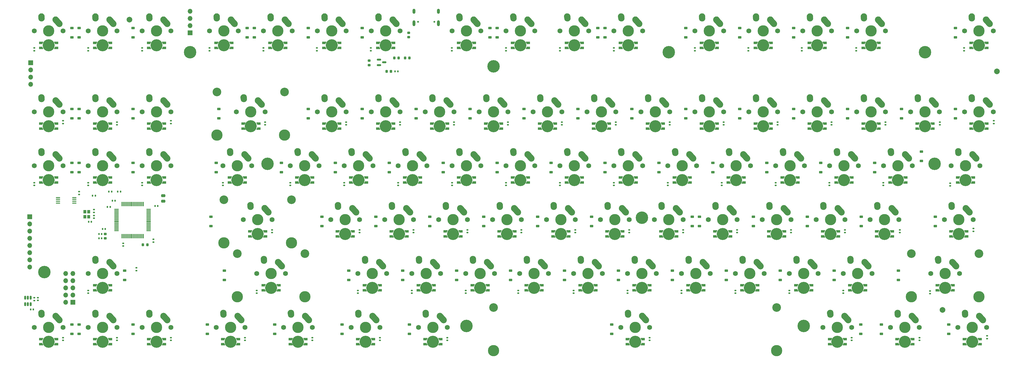
<source format=gts>
%TF.GenerationSoftware,KiCad,Pcbnew,(7.0.0)*%
%TF.CreationDate,2023-06-19T20:50:28+08:00*%
%TF.ProjectId,87keyboard,38376b65-7962-46f6-9172-642e6b696361,rev?*%
%TF.SameCoordinates,Original*%
%TF.FileFunction,Soldermask,Top*%
%TF.FilePolarity,Negative*%
%FSLAX46Y46*%
G04 Gerber Fmt 4.6, Leading zero omitted, Abs format (unit mm)*
G04 Created by KiCad (PCBNEW (7.0.0)) date 2023-06-19 20:50:28*
%MOMM*%
%LPD*%
G01*
G04 APERTURE LIST*
G04 Aperture macros list*
%AMRoundRect*
0 Rectangle with rounded corners*
0 $1 Rounding radius*
0 $2 $3 $4 $5 $6 $7 $8 $9 X,Y pos of 4 corners*
0 Add a 4 corners polygon primitive as box body*
4,1,4,$2,$3,$4,$5,$6,$7,$8,$9,$2,$3,0*
0 Add four circle primitives for the rounded corners*
1,1,$1+$1,$2,$3*
1,1,$1+$1,$4,$5*
1,1,$1+$1,$6,$7*
1,1,$1+$1,$8,$9*
0 Add four rect primitives between the rounded corners*
20,1,$1+$1,$2,$3,$4,$5,0*
20,1,$1+$1,$4,$5,$6,$7,0*
20,1,$1+$1,$6,$7,$8,$9,0*
20,1,$1+$1,$8,$9,$2,$3,0*%
%AMHorizOval*
0 Thick line with rounded ends*
0 $1 width*
0 $2 $3 position (X,Y) of the first rounded end (center of the circle)*
0 $4 $5 position (X,Y) of the second rounded end (center of the circle)*
0 Add line between two ends*
20,1,$1,$2,$3,$4,$5,0*
0 Add two circle primitives to create the rounded ends*
1,1,$1,$2,$3*
1,1,$1,$4,$5*%
%AMFreePoly0*
4,1,47,0.715063,0.420106,0.730902,0.420106,0.743715,0.410796,0.758779,0.405902,0.768088,0.393088,0.780902,0.383779,0.785796,0.368715,0.795106,0.355902,0.795106,0.340063,0.800000,0.325000,0.800000,-0.325000,0.795106,-0.340063,0.795106,-0.355902,0.785796,-0.368715,0.780902,-0.383779,0.768088,-0.393088,0.758779,-0.405902,0.743715,-0.410796,0.730902,-0.420106,0.715063,-0.420106,
0.700000,-0.425000,-0.300000,-0.425000,-0.310000,-0.425000,-0.338831,-0.415632,-0.367787,-0.406613,-0.368169,-0.406100,-0.368779,-0.405902,-0.386612,-0.381355,-0.404722,-0.357060,-0.512619,-0.038273,-0.669717,0.280832,-0.670770,0.288130,-0.675106,0.294098,-0.675106,0.318173,-0.678545,0.342002,-0.675106,0.348528,-0.675106,0.355902,-0.660955,0.375379,-0.649731,0.396677,-0.643114,0.399934,
-0.638779,0.405902,-0.615879,0.413342,-0.594282,0.423975,-0.587013,0.422721,-0.580000,0.425000,0.700000,0.425000,0.715063,0.420106,0.715063,0.420106,$1*%
%AMFreePoly1*
4,1,47,0.715063,0.420106,0.730902,0.420106,0.743715,0.410796,0.758779,0.405902,0.768088,0.393088,0.780902,0.383779,0.785796,0.368715,0.795106,0.355902,0.795106,0.340063,0.800000,0.325000,0.800000,-0.325000,0.795106,-0.340063,0.795106,-0.355902,0.785796,-0.368715,0.780902,-0.383779,0.768088,-0.393088,0.758779,-0.405902,0.743715,-0.410796,0.730902,-0.420106,0.715063,-0.420106,
0.700000,-0.425000,-0.300000,-0.425000,-0.580000,-0.425000,-0.587013,-0.422721,-0.594282,-0.423975,-0.615879,-0.413342,-0.638779,-0.405902,-0.643114,-0.399934,-0.649731,-0.396677,-0.660955,-0.375379,-0.675106,-0.355902,-0.675106,-0.348528,-0.678545,-0.342002,-0.675106,-0.318173,-0.675106,-0.294098,-0.670770,-0.288130,-0.669717,-0.280832,-0.512619,0.038273,-0.404722,0.357060,-0.386612,0.381355,
-0.368779,0.405902,-0.368169,0.406100,-0.367787,0.406613,-0.338831,0.415632,-0.310000,0.425000,0.700000,0.425000,0.715063,0.420106,0.715063,0.420106,$1*%
%AMFreePoly2*
4,1,47,0.338831,0.415632,0.367787,0.406613,0.368169,0.406100,0.368779,0.405902,0.386612,0.381355,0.404722,0.357060,0.512618,0.038275,0.669717,-0.280832,0.670770,-0.288130,0.675106,-0.294098,0.675106,-0.318173,0.678545,-0.342002,0.675106,-0.348528,0.675106,-0.355902,0.660955,-0.375379,0.649731,-0.396677,0.643114,-0.399934,0.638779,-0.405902,0.615879,-0.413342,0.594282,-0.423975,
0.587013,-0.422721,0.580000,-0.425000,-0.300000,-0.425000,-0.700000,-0.425000,-0.715063,-0.420106,-0.730902,-0.420106,-0.743715,-0.410796,-0.758779,-0.405902,-0.768088,-0.393088,-0.780902,-0.383779,-0.785796,-0.368715,-0.795106,-0.355902,-0.795106,-0.340063,-0.800000,-0.325000,-0.800000,0.325000,-0.795106,0.340063,-0.795106,0.355902,-0.785796,0.368715,-0.780902,0.383779,-0.768088,0.393088,
-0.758779,0.405902,-0.743715,0.410796,-0.730902,0.420106,-0.715063,0.420106,-0.700000,0.425000,0.310000,0.425000,0.338831,0.415632,0.338831,0.415632,$1*%
%AMFreePoly3*
4,1,47,0.587013,0.422721,0.594282,0.423975,0.615879,0.413342,0.638779,0.405902,0.643114,0.399934,0.649731,0.396677,0.660955,0.375379,0.675106,0.355902,0.675106,0.348528,0.678545,0.342002,0.675106,0.318173,0.675106,0.294098,0.670770,0.288130,0.669717,0.280832,0.512618,-0.038275,0.404722,-0.357060,0.386612,-0.381355,0.368779,-0.405902,0.368169,-0.406100,0.367787,-0.406613,
0.338831,-0.415632,0.310000,-0.425000,-0.300000,-0.425000,-0.700000,-0.425000,-0.715063,-0.420106,-0.730902,-0.420106,-0.743715,-0.410796,-0.758779,-0.405902,-0.768088,-0.393088,-0.780902,-0.383779,-0.785796,-0.368715,-0.795106,-0.355902,-0.795106,-0.340063,-0.800000,-0.325000,-0.800000,0.325000,-0.795106,0.340063,-0.795106,0.355902,-0.785796,0.368715,-0.780902,0.383779,-0.768088,0.393088,
-0.758779,0.405902,-0.743715,0.410796,-0.730902,0.420106,-0.715063,0.420106,-0.700000,0.425000,0.580000,0.425000,0.587013,0.422721,0.587013,0.422721,$1*%
G04 Aperture macros list end*
%ADD10FreePoly0,180.000000*%
%ADD11FreePoly1,180.000000*%
%ADD12FreePoly2,180.000000*%
%ADD13FreePoly3,180.000000*%
%ADD14FreePoly0,0.000000*%
%ADD15FreePoly1,0.000000*%
%ADD16FreePoly2,0.000000*%
%ADD17FreePoly3,0.000000*%
%ADD18C,2.000000*%
%ADD19RoundRect,0.100000X-0.637500X-0.100000X0.637500X-0.100000X0.637500X0.100000X-0.637500X0.100000X0*%
%ADD20RoundRect,0.140000X0.170000X-0.140000X0.170000X0.140000X-0.170000X0.140000X-0.170000X-0.140000X0*%
%ADD21RoundRect,0.140000X-0.170000X0.140000X-0.170000X-0.140000X0.170000X-0.140000X0.170000X0.140000X0*%
%ADD22RoundRect,0.225000X0.375000X-0.225000X0.375000X0.225000X-0.375000X0.225000X-0.375000X-0.225000X0*%
%ADD23RoundRect,0.225000X-0.225000X-0.250000X0.225000X-0.250000X0.225000X0.250000X-0.225000X0.250000X0*%
%ADD24C,4.400000*%
%ADD25RoundRect,0.218750X-0.256250X0.218750X-0.256250X-0.218750X0.256250X-0.218750X0.256250X0.218750X0*%
%ADD26RoundRect,0.140000X0.140000X0.170000X-0.140000X0.170000X-0.140000X-0.170000X0.140000X-0.170000X0*%
%ADD27RoundRect,0.135000X-0.185000X0.135000X-0.185000X-0.135000X0.185000X-0.135000X0.185000X0.135000X0*%
%ADD28RoundRect,0.075000X-0.700000X-0.075000X0.700000X-0.075000X0.700000X0.075000X-0.700000X0.075000X0*%
%ADD29RoundRect,0.075000X-0.075000X-0.700000X0.075000X-0.700000X0.075000X0.700000X-0.075000X0.700000X0*%
%ADD30RoundRect,0.150000X-0.150000X0.512500X-0.150000X-0.512500X0.150000X-0.512500X0.150000X0.512500X0*%
%ADD31RoundRect,0.218750X0.218750X0.256250X-0.218750X0.256250X-0.218750X-0.256250X0.218750X-0.256250X0*%
%ADD32R,1.700000X1.700000*%
%ADD33O,1.700000X1.700000*%
%ADD34RoundRect,0.135000X-0.135000X-0.185000X0.135000X-0.185000X0.135000X0.185000X-0.135000X0.185000X0*%
%ADD35RoundRect,0.150000X-0.587500X-0.150000X0.587500X-0.150000X0.587500X0.150000X-0.587500X0.150000X0*%
%ADD36RoundRect,0.135000X0.135000X0.185000X-0.135000X0.185000X-0.135000X-0.185000X0.135000X-0.185000X0*%
%ADD37RoundRect,0.140000X-0.140000X-0.170000X0.140000X-0.170000X0.140000X0.170000X-0.140000X0.170000X0*%
%ADD38RoundRect,0.250000X0.475000X-0.250000X0.475000X0.250000X-0.475000X0.250000X-0.475000X-0.250000X0*%
%ADD39RoundRect,0.135000X0.185000X-0.135000X0.185000X0.135000X-0.185000X0.135000X-0.185000X-0.135000X0*%
%ADD40RoundRect,0.225000X0.250000X-0.225000X0.250000X0.225000X-0.250000X0.225000X-0.250000X-0.225000X0*%
%ADD41R,1.000000X1.150000*%
%ADD42C,1.750000*%
%ADD43C,4.250000*%
%ADD44C,3.987800*%
%ADD45HorizOval,2.250000X-0.655001X0.730000X0.655001X-0.730000X0*%
%ADD46C,2.250000*%
%ADD47HorizOval,2.250000X-0.020000X0.290000X0.020000X-0.290000X0*%
%ADD48C,0.650000*%
%ADD49O,1.000000X1.800000*%
%ADD50O,1.000000X2.100000*%
%ADD51C,3.048000*%
G04 APERTURE END LIST*
D10*
%TO.C,D107*%
X280895900Y-75170000D03*
D11*
X280895900Y-73416400D03*
D12*
X286133700Y-73420000D03*
D13*
X286133700Y-75173600D03*
%TD*%
D10*
%TO.C,D169*%
X38008400Y-75170000D03*
D11*
X38008400Y-73416400D03*
D12*
X43246200Y-73420000D03*
D13*
X43246200Y-75173600D03*
%TD*%
D14*
%TO.C,D106*%
X295684100Y-54370000D03*
D15*
X295684100Y-56123600D03*
D16*
X290446300Y-56120000D03*
D17*
X290446300Y-54366400D03*
%TD*%
D10*
%TO.C,D117*%
X242795900Y-75170000D03*
D11*
X242795900Y-73416400D03*
D12*
X248033700Y-73420000D03*
D13*
X248033700Y-75173600D03*
%TD*%
D14*
%TO.C,D124*%
X224246600Y-92470000D03*
D15*
X224246600Y-94223600D03*
D16*
X219008800Y-94220000D03*
D17*
X219008800Y-92466400D03*
%TD*%
D10*
%TO.C,D159*%
X85633400Y-75170000D03*
D11*
X85633400Y-73416400D03*
D12*
X90871200Y-73420000D03*
D13*
X90871200Y-75173600D03*
%TD*%
D10*
%TO.C,D150*%
X128495900Y-75170000D03*
D11*
X128495900Y-73416400D03*
D12*
X133733700Y-73420000D03*
D13*
X133733700Y-75173600D03*
%TD*%
D14*
%TO.C,D97*%
X319496600Y-92470000D03*
D15*
X319496600Y-94223600D03*
D16*
X314258800Y-94220000D03*
D17*
X314258800Y-92466400D03*
%TD*%
D10*
%TO.C,D126*%
X204695900Y-27545000D03*
D11*
X204695900Y-25791400D03*
D12*
X209933700Y-25795000D03*
D13*
X209933700Y-27548600D03*
%TD*%
D10*
%TO.C,D96*%
X318995900Y-75170000D03*
D11*
X318995900Y-73416400D03*
D12*
X324233700Y-73420000D03*
D13*
X324233700Y-75173600D03*
%TD*%
D10*
%TO.C,D152*%
X133258400Y-113270000D03*
D11*
X133258400Y-111516400D03*
D12*
X138496200Y-111520000D03*
D13*
X138496200Y-113273600D03*
%TD*%
D10*
%TO.C,D135*%
X190408400Y-113270000D03*
D11*
X190408400Y-111516400D03*
D12*
X195646200Y-111520000D03*
D13*
X195646200Y-113273600D03*
%TD*%
D14*
%TO.C,D145*%
X148046600Y-92470000D03*
D15*
X148046600Y-94223600D03*
D16*
X142808800Y-94220000D03*
D17*
X142808800Y-92466400D03*
%TD*%
D10*
%TO.C,D133*%
X185645900Y-75170000D03*
D11*
X185645900Y-73416400D03*
D12*
X190883700Y-73420000D03*
D13*
X190883700Y-75173600D03*
%TD*%
D14*
%TO.C,D104*%
X302827850Y-130570000D03*
D15*
X302827850Y-132323600D03*
D16*
X297590050Y-132320000D03*
D17*
X297590050Y-130566400D03*
%TD*%
D14*
%TO.C,D175*%
X24221600Y-130570000D03*
D15*
X24221600Y-132323600D03*
D16*
X18983800Y-132320000D03*
D17*
X18983800Y-130566400D03*
%TD*%
D14*
%TO.C,D151*%
X128996600Y-92470000D03*
D15*
X128996600Y-94223600D03*
D16*
X123758800Y-94220000D03*
D17*
X123758800Y-92466400D03*
%TD*%
D10*
%TO.C,D170*%
X38008400Y-113270000D03*
D11*
X38008400Y-111516400D03*
D12*
X43246200Y-111520000D03*
D13*
X43246200Y-113273600D03*
%TD*%
D14*
%TO.C,D116*%
X257584100Y-54370000D03*
D15*
X257584100Y-56123600D03*
D16*
X252346300Y-56120000D03*
D17*
X252346300Y-54366400D03*
%TD*%
D14*
%TO.C,D166*%
X62321600Y-130570000D03*
D15*
X62321600Y-132323600D03*
D16*
X57083800Y-132320000D03*
D17*
X57083800Y-130566400D03*
%TD*%
D10*
%TO.C,D154*%
X99920900Y-27545000D03*
D11*
X99920900Y-25791400D03*
D12*
X105158700Y-25795000D03*
D13*
X105158700Y-27548600D03*
%TD*%
D14*
%TO.C,D113*%
X262346600Y-92470000D03*
D15*
X262346600Y-94223600D03*
D16*
X257108800Y-94220000D03*
D17*
X257108800Y-92466400D03*
%TD*%
D10*
%TO.C,D130*%
X209458400Y-113270000D03*
D11*
X209458400Y-111516400D03*
D12*
X214696200Y-111520000D03*
D13*
X214696200Y-113273600D03*
%TD*%
D14*
%TO.C,D139*%
X167096600Y-92470000D03*
D15*
X167096600Y-94223600D03*
D16*
X161858800Y-94220000D03*
D17*
X161858800Y-92466400D03*
%TD*%
D10*
%TO.C,D109*%
X285658400Y-113270000D03*
D11*
X285658400Y-111516400D03*
D12*
X290896200Y-111520000D03*
D13*
X290896200Y-113273600D03*
%TD*%
D10*
%TO.C,D138*%
X166595900Y-75170000D03*
D11*
X166595900Y-73416400D03*
D12*
X171833700Y-73420000D03*
D13*
X171833700Y-75173600D03*
%TD*%
D10*
%TO.C,D142*%
X138020900Y-27545000D03*
D11*
X138020900Y-25791400D03*
D12*
X143258700Y-25795000D03*
D13*
X143258700Y-27548600D03*
%TD*%
D14*
%TO.C,D100*%
X314734100Y-54370000D03*
D15*
X314734100Y-56123600D03*
D16*
X309496300Y-56120000D03*
D17*
X309496300Y-54366400D03*
%TD*%
D10*
%TO.C,D140*%
X171358400Y-113270000D03*
D11*
X171358400Y-111516400D03*
D12*
X176596200Y-111520000D03*
D13*
X176596200Y-113273600D03*
%TD*%
D14*
%TO.C,D94*%
X350452850Y-130570000D03*
D15*
X350452850Y-132323600D03*
D16*
X345215050Y-132320000D03*
D17*
X345215050Y-130566400D03*
%TD*%
D10*
%TO.C,D123*%
X223745900Y-75170000D03*
D11*
X223745900Y-73416400D03*
D12*
X228983700Y-73420000D03*
D13*
X228983700Y-75173600D03*
%TD*%
D14*
%TO.C,D127*%
X219484100Y-54370000D03*
D15*
X219484100Y-56123600D03*
D16*
X214246300Y-56120000D03*
D17*
X214246300Y-54366400D03*
%TD*%
D14*
%TO.C,D98*%
X326640350Y-130570000D03*
D15*
X326640350Y-132323600D03*
D16*
X321402550Y-132320000D03*
D17*
X321402550Y-130566400D03*
%TD*%
D14*
%TO.C,D137*%
X181384100Y-54370000D03*
D15*
X181384100Y-56123600D03*
D16*
X176146300Y-56120000D03*
D17*
X176146300Y-54366400D03*
%TD*%
D14*
%TO.C,D92*%
X345690350Y-92470000D03*
D15*
X345690350Y-94223600D03*
D16*
X340452550Y-94220000D03*
D17*
X340452550Y-92466400D03*
%TD*%
D10*
%TO.C,D89*%
X347570900Y-27545000D03*
D11*
X347570900Y-25791400D03*
D12*
X352808700Y-25795000D03*
D13*
X352808700Y-27548600D03*
%TD*%
D10*
%TO.C,D148*%
X118970900Y-27545000D03*
D11*
X118970900Y-25791400D03*
D12*
X124208700Y-25795000D03*
D13*
X124208700Y-27548600D03*
%TD*%
D14*
%TO.C,D120*%
X231390350Y-130570000D03*
D15*
X231390350Y-132323600D03*
D16*
X226152550Y-132320000D03*
D17*
X226152550Y-130566400D03*
%TD*%
D10*
%TO.C,D128*%
X204695900Y-75170000D03*
D11*
X204695900Y-73416400D03*
D12*
X209933700Y-73420000D03*
D13*
X209933700Y-75173600D03*
%TD*%
D14*
%TO.C,D108*%
X281396600Y-92470000D03*
D15*
X281396600Y-94223600D03*
D16*
X276158800Y-94220000D03*
D17*
X276158800Y-92466400D03*
%TD*%
D14*
%TO.C,D160*%
X98040350Y-92470000D03*
D15*
X98040350Y-94223600D03*
D16*
X92802550Y-94220000D03*
D17*
X92802550Y-92466400D03*
%TD*%
D14*
%TO.C,D147*%
X136140350Y-130570000D03*
D15*
X136140350Y-132323600D03*
D16*
X130902550Y-132320000D03*
D17*
X130902550Y-130566400D03*
%TD*%
D10*
%TO.C,D93*%
X335664650Y-113270000D03*
D11*
X335664650Y-111516400D03*
D12*
X340902450Y-111520000D03*
D13*
X340902450Y-113273600D03*
%TD*%
D10*
%TO.C,D167*%
X38008400Y-27545000D03*
D11*
X38008400Y-25791400D03*
D12*
X43246200Y-25795000D03*
D13*
X43246200Y-27548600D03*
%TD*%
D14*
%TO.C,D111*%
X276634100Y-54370000D03*
D15*
X276634100Y-56123600D03*
D16*
X271396300Y-56120000D03*
D17*
X271396300Y-54366400D03*
%TD*%
D14*
%TO.C,D134*%
X186146600Y-92470000D03*
D15*
X186146600Y-94223600D03*
D16*
X180908800Y-94220000D03*
D17*
X180908800Y-92466400D03*
%TD*%
D10*
%TO.C,D144*%
X147545900Y-75170000D03*
D11*
X147545900Y-73416400D03*
D12*
X152783700Y-73420000D03*
D13*
X152783700Y-75173600D03*
%TD*%
D14*
%TO.C,D168*%
X43271600Y-54370000D03*
D15*
X43271600Y-56123600D03*
D16*
X38033800Y-56120000D03*
D17*
X38033800Y-54366400D03*
%TD*%
D10*
%TO.C,D161*%
X97539650Y-113270000D03*
D11*
X97539650Y-111516400D03*
D12*
X102777450Y-111520000D03*
D13*
X102777450Y-113273600D03*
%TD*%
D14*
%TO.C,D149*%
X143284100Y-54370000D03*
D15*
X143284100Y-56123600D03*
D16*
X138046300Y-56120000D03*
D17*
X138046300Y-54366400D03*
%TD*%
D14*
%TO.C,D102*%
X300446600Y-92470000D03*
D15*
X300446600Y-94223600D03*
D16*
X295208800Y-94220000D03*
D17*
X295208800Y-92466400D03*
%TD*%
D10*
%TO.C,D146*%
X152308400Y-113270000D03*
D11*
X152308400Y-111516400D03*
D12*
X157546200Y-111520000D03*
D13*
X157546200Y-113273600D03*
%TD*%
D14*
%TO.C,D162*%
X88515350Y-130570000D03*
D15*
X88515350Y-132323600D03*
D16*
X83277550Y-132320000D03*
D17*
X83277550Y-130566400D03*
%TD*%
D14*
%TO.C,D122*%
X238534100Y-54370000D03*
D15*
X238534100Y-56123600D03*
D16*
X233296300Y-56120000D03*
D17*
X233296300Y-54366400D03*
%TD*%
D10*
%TO.C,D174*%
X18958400Y-75170000D03*
D11*
X18958400Y-73416400D03*
D12*
X24196200Y-73420000D03*
D13*
X24196200Y-75173600D03*
%TD*%
D10*
%TO.C,D119*%
X247558400Y-113270000D03*
D11*
X247558400Y-111516400D03*
D12*
X252796200Y-111520000D03*
D13*
X252796200Y-113273600D03*
%TD*%
D10*
%TO.C,D156*%
X109445900Y-75170000D03*
D11*
X109445900Y-73416400D03*
D12*
X114683700Y-73420000D03*
D13*
X114683700Y-75173600D03*
%TD*%
D10*
%TO.C,D121*%
X223745900Y-27545000D03*
D11*
X223745900Y-25791400D03*
D12*
X228983700Y-25795000D03*
D13*
X228983700Y-27548600D03*
%TD*%
D10*
%TO.C,D165*%
X57058400Y-75170000D03*
D11*
X57058400Y-73416400D03*
D12*
X62296200Y-73420000D03*
D13*
X62296200Y-75173600D03*
%TD*%
D14*
%TO.C,D141*%
X159952850Y-130570000D03*
D15*
X159952850Y-132323600D03*
D16*
X154715050Y-132320000D03*
D17*
X154715050Y-130566400D03*
%TD*%
D10*
%TO.C,D136*%
X166595900Y-27545000D03*
D11*
X166595900Y-25791400D03*
D12*
X171833700Y-25795000D03*
D13*
X171833700Y-27548600D03*
%TD*%
D10*
%TO.C,D110*%
X271370900Y-27545000D03*
D11*
X271370900Y-25791400D03*
D12*
X276608700Y-25795000D03*
D13*
X276608700Y-27548600D03*
%TD*%
D14*
%TO.C,D164*%
X62321600Y-54370000D03*
D15*
X62321600Y-56123600D03*
D16*
X57083800Y-56120000D03*
D17*
X57083800Y-54366400D03*
%TD*%
D14*
%TO.C,D143*%
X162334100Y-54370000D03*
D15*
X162334100Y-56123600D03*
D16*
X157096300Y-56120000D03*
D17*
X157096300Y-54366400D03*
%TD*%
D10*
%TO.C,D112*%
X261845900Y-75170000D03*
D11*
X261845900Y-73416400D03*
D12*
X267083700Y-73420000D03*
D13*
X267083700Y-75173600D03*
%TD*%
D10*
%TO.C,D101*%
X299945900Y-75170000D03*
D11*
X299945900Y-73416400D03*
D12*
X305183700Y-73420000D03*
D13*
X305183700Y-75173600D03*
%TD*%
D14*
%TO.C,D155*%
X124234100Y-54370000D03*
D15*
X124234100Y-56123600D03*
D16*
X118996300Y-56120000D03*
D17*
X118996300Y-54366400D03*
%TD*%
D14*
%TO.C,D173*%
X24221600Y-54370000D03*
D15*
X24221600Y-56123600D03*
D16*
X18983800Y-56120000D03*
D17*
X18983800Y-54366400D03*
%TD*%
D10*
%TO.C,D99*%
X309470900Y-27545000D03*
D11*
X309470900Y-25791400D03*
D12*
X314708700Y-25795000D03*
D13*
X314708700Y-27548600D03*
%TD*%
D10*
%TO.C,D103*%
X304708400Y-113270000D03*
D11*
X304708400Y-111516400D03*
D12*
X309946200Y-111520000D03*
D13*
X309946200Y-113273600D03*
%TD*%
D10*
%TO.C,D91*%
X342808400Y-75170000D03*
D11*
X342808400Y-73416400D03*
D12*
X348046200Y-73420000D03*
D13*
X348046200Y-75173600D03*
%TD*%
D10*
%TO.C,D172*%
X18958400Y-27545000D03*
D11*
X18958400Y-25791400D03*
D12*
X24196200Y-25795000D03*
D13*
X24196200Y-27548600D03*
%TD*%
D10*
%TO.C,D115*%
X252320900Y-27545000D03*
D11*
X252320900Y-25791400D03*
D12*
X257558700Y-25795000D03*
D13*
X257558700Y-27548600D03*
%TD*%
D14*
%TO.C,D171*%
X43271600Y-130570000D03*
D15*
X43271600Y-132323600D03*
D16*
X38033800Y-132320000D03*
D17*
X38033800Y-130566400D03*
%TD*%
D14*
%TO.C,D132*%
X200434100Y-54370000D03*
D15*
X200434100Y-56123600D03*
D16*
X195196300Y-56120000D03*
D17*
X195196300Y-54366400D03*
%TD*%
D10*
%TO.C,D157*%
X80870900Y-27545000D03*
D11*
X80870900Y-25791400D03*
D12*
X86108700Y-25795000D03*
D13*
X86108700Y-27548600D03*
%TD*%
D10*
%TO.C,D131*%
X185645900Y-27545000D03*
D11*
X185645900Y-25791400D03*
D12*
X190883700Y-25795000D03*
D13*
X190883700Y-27548600D03*
%TD*%
D14*
%TO.C,D153*%
X112327850Y-130570000D03*
D15*
X112327850Y-132323600D03*
D16*
X107090050Y-132320000D03*
D17*
X107090050Y-130566400D03*
%TD*%
D14*
%TO.C,D95*%
X333784100Y-54370000D03*
D15*
X333784100Y-56123600D03*
D16*
X328546300Y-56120000D03*
D17*
X328546300Y-54366400D03*
%TD*%
D10*
%TO.C,D163*%
X57058400Y-27545000D03*
D11*
X57058400Y-25791400D03*
D12*
X62296200Y-25795000D03*
D13*
X62296200Y-27548600D03*
%TD*%
D10*
%TO.C,D125*%
X228508400Y-113270000D03*
D11*
X228508400Y-111516400D03*
D12*
X233746200Y-111520000D03*
D13*
X233746200Y-113273600D03*
%TD*%
D14*
%TO.C,D129*%
X205196600Y-92470000D03*
D15*
X205196600Y-94223600D03*
D16*
X199958800Y-94220000D03*
D17*
X199958800Y-92466400D03*
%TD*%
D10*
%TO.C,D105*%
X290420900Y-27545000D03*
D11*
X290420900Y-25791400D03*
D12*
X295658700Y-25795000D03*
D13*
X295658700Y-27548600D03*
%TD*%
D14*
%TO.C,D158*%
X95659100Y-54370000D03*
D15*
X95659100Y-56123600D03*
D16*
X90421300Y-56120000D03*
D17*
X90421300Y-54366400D03*
%TD*%
D14*
%TO.C,D118*%
X243296600Y-92470000D03*
D15*
X243296600Y-94223600D03*
D16*
X238058800Y-94220000D03*
D17*
X238058800Y-92466400D03*
%TD*%
D14*
%TO.C,D90*%
X352834100Y-54370000D03*
D15*
X352834100Y-56123600D03*
D16*
X347596300Y-56120000D03*
D17*
X347596300Y-54366400D03*
%TD*%
D10*
%TO.C,D114*%
X266608400Y-113270000D03*
D11*
X266608400Y-111516400D03*
D12*
X271846200Y-111520000D03*
D13*
X271846200Y-113273600D03*
%TD*%
D18*
%TO.C,FID1*%
X356552500Y-35877500D03*
%TD*%
D19*
%TO.C,U4*%
X24918750Y-80463750D03*
X24918750Y-81113750D03*
X24918750Y-81763750D03*
X24918750Y-82413750D03*
X30643750Y-82413750D03*
X30643750Y-81763750D03*
X30643750Y-81113750D03*
X30643750Y-80463750D03*
%TD*%
D20*
%TO.C,C47*%
X245745000Y-92872500D03*
X245745000Y-91912500D03*
%TD*%
D21*
%TO.C,C101*%
X16510000Y-27618750D03*
X16510000Y-28578750D03*
%TD*%
D20*
%TO.C,C40*%
X279082500Y-54772500D03*
X279082500Y-53812500D03*
%TD*%
D22*
%TO.C,D55*%
X132397500Y-23875000D03*
X132397500Y-20575000D03*
%TD*%
%TO.C,D8*%
X322897500Y-52450000D03*
X322897500Y-49150000D03*
%TD*%
D23*
%TO.C,C1*%
X147497500Y-31115000D03*
X149047500Y-31115000D03*
%TD*%
D21*
%TO.C,C48*%
X245110000Y-113343750D03*
X245110000Y-114303750D03*
%TD*%
D24*
%TO.C,H4*%
X169227500Y-125840000D03*
%TD*%
D22*
%TO.C,D73*%
X78898750Y-90550000D03*
X78898750Y-87250000D03*
%TD*%
%TO.C,D16*%
X299085000Y-109600000D03*
X299085000Y-106300000D03*
%TD*%
D20*
%TO.C,C19*%
X355441250Y-54296250D03*
X355441250Y-53336250D03*
%TD*%
D22*
%TO.C,D71*%
X81756250Y-52450000D03*
X81756250Y-49150000D03*
%TD*%
%TO.C,D9*%
X313372500Y-71500000D03*
X313372500Y-68200000D03*
%TD*%
%TO.C,D40*%
X208597500Y-52450000D03*
X208597500Y-49150000D03*
%TD*%
%TO.C,D5*%
X334803750Y-90550000D03*
X334803750Y-87250000D03*
%TD*%
%TO.C,D86*%
X29845000Y-52450000D03*
X29845000Y-49150000D03*
%TD*%
D20*
%TO.C,C97*%
X45720000Y-54772500D03*
X45720000Y-53812500D03*
%TD*%
D25*
%TO.C,FB1*%
X148748750Y-22231250D03*
X148748750Y-23806250D03*
%TD*%
D21*
%TO.C,C11*%
X47942500Y-96675000D03*
X47942500Y-97635000D03*
%TD*%
D22*
%TO.C,D3*%
X341947500Y-52450000D03*
X341947500Y-49150000D03*
%TD*%
D21*
%TO.C,C94*%
X54610000Y-75243750D03*
X54610000Y-76203750D03*
%TD*%
D20*
%TO.C,C84*%
X126682500Y-54772500D03*
X126682500Y-53812500D03*
%TD*%
D22*
%TO.C,D34*%
X218122500Y-23875000D03*
X218122500Y-20575000D03*
%TD*%
D26*
%TO.C,C12*%
X41596250Y-91598750D03*
X40636250Y-91598750D03*
%TD*%
D27*
%TO.C,R5*%
X16510000Y-115853750D03*
X16510000Y-116873750D03*
%TD*%
D22*
%TO.C,D33*%
X220503750Y-128650000D03*
X220503750Y-125350000D03*
%TD*%
%TO.C,D29*%
X246697500Y-52450000D03*
X246697500Y-49150000D03*
%TD*%
D28*
%TO.C,U3*%
X45601250Y-84673750D03*
X45601250Y-85173750D03*
X45601250Y-85673750D03*
X45601250Y-86173750D03*
X45601250Y-86673750D03*
X45601250Y-87173750D03*
X45601250Y-87673750D03*
X45601250Y-88173750D03*
X45601250Y-88673750D03*
X45601250Y-89173750D03*
X45601250Y-89673750D03*
X45601250Y-90173750D03*
X45601250Y-90673750D03*
X45601250Y-91173750D03*
X45601250Y-91673750D03*
X45601250Y-92173750D03*
D29*
X47526250Y-94098750D03*
X48026250Y-94098750D03*
X48526250Y-94098750D03*
X49026250Y-94098750D03*
X49526250Y-94098750D03*
X50026250Y-94098750D03*
X50526250Y-94098750D03*
X51026250Y-94098750D03*
X51526250Y-94098750D03*
X52026250Y-94098750D03*
X52526250Y-94098750D03*
X53026250Y-94098750D03*
X53526250Y-94098750D03*
X54026250Y-94098750D03*
X54526250Y-94098750D03*
X55026250Y-94098750D03*
D28*
X56951250Y-92173750D03*
X56951250Y-91673750D03*
X56951250Y-91173750D03*
X56951250Y-90673750D03*
X56951250Y-90173750D03*
X56951250Y-89673750D03*
X56951250Y-89173750D03*
X56951250Y-88673750D03*
X56951250Y-88173750D03*
X56951250Y-87673750D03*
X56951250Y-87173750D03*
X56951250Y-86673750D03*
X56951250Y-86173750D03*
X56951250Y-85673750D03*
X56951250Y-85173750D03*
X56951250Y-84673750D03*
D29*
X55026250Y-82748750D03*
X54526250Y-82748750D03*
X54026250Y-82748750D03*
X53526250Y-82748750D03*
X53026250Y-82748750D03*
X52526250Y-82748750D03*
X52026250Y-82748750D03*
X51526250Y-82748750D03*
X51026250Y-82748750D03*
X50526250Y-82748750D03*
X50026250Y-82748750D03*
X49526250Y-82748750D03*
X49026250Y-82748750D03*
X48526250Y-82748750D03*
X48026250Y-82748750D03*
X47526250Y-82748750D03*
%TD*%
D22*
%TO.C,D87*%
X29845000Y-71500000D03*
X29845000Y-68200000D03*
%TD*%
D20*
%TO.C,C37*%
X283845000Y-92872500D03*
X283845000Y-91912500D03*
%TD*%
D22*
%TO.C,D81*%
X32385000Y-52450000D03*
X32385000Y-49150000D03*
%TD*%
D20*
%TO.C,C87*%
X98107500Y-54772500D03*
X98107500Y-53812500D03*
%TD*%
%TO.C,C68*%
X169545000Y-92872500D03*
X169545000Y-91912500D03*
%TD*%
D26*
%TO.C,C7*%
X36675000Y-89058750D03*
X35715000Y-89058750D03*
%TD*%
D21*
%TO.C,C86*%
X78422500Y-27618750D03*
X78422500Y-28578750D03*
%TD*%
D22*
%TO.C,D59*%
X146685000Y-109600000D03*
X146685000Y-106300000D03*
%TD*%
D21*
%TO.C,C59*%
X207010000Y-113343750D03*
X207010000Y-114303750D03*
%TD*%
D24*
%TO.C,H5*%
X288290000Y-125840000D03*
%TD*%
D22*
%TO.C,D58*%
X137160000Y-90550000D03*
X137160000Y-87250000D03*
%TD*%
%TO.C,D18*%
X284797500Y-23875000D03*
X284797500Y-20575000D03*
%TD*%
%TO.C,D10*%
X308610000Y-90550000D03*
X308610000Y-87250000D03*
%TD*%
D20*
%TO.C,C102*%
X26670000Y-54296250D03*
X26670000Y-53336250D03*
%TD*%
D21*
%TO.C,C64*%
X187483750Y-113343750D03*
X187483750Y-114303750D03*
%TD*%
D24*
%TO.C,H1*%
X334527500Y-68540000D03*
%TD*%
D21*
%TO.C,C73*%
X145097500Y-75243750D03*
X145097500Y-76203750D03*
%TD*%
D30*
%TO.C,U6*%
X15237500Y-115861250D03*
X14287500Y-115861250D03*
X13337500Y-115861250D03*
X13337500Y-118136250D03*
X14287500Y-118136250D03*
X15237500Y-118136250D03*
%TD*%
D21*
%TO.C,C39*%
X268763750Y-27618750D03*
X268763750Y-28578750D03*
%TD*%
D22*
%TO.C,D72*%
X80803750Y-71500000D03*
X80803750Y-68200000D03*
%TD*%
D26*
%TO.C,C9*%
X43342500Y-83820000D03*
X42382500Y-83820000D03*
%TD*%
%TO.C,C10*%
X45088750Y-81597500D03*
X44128750Y-81597500D03*
%TD*%
D21*
%TO.C,C15*%
X32385000Y-78418750D03*
X32385000Y-79378750D03*
%TD*%
D20*
%TO.C,C91*%
X90963750Y-130972500D03*
X90963750Y-130012500D03*
%TD*%
D22*
%TO.C,D69*%
X103822500Y-71500000D03*
X103822500Y-68200000D03*
%TD*%
%TO.C,D64*%
X118110000Y-90550000D03*
X118110000Y-87250000D03*
%TD*%
%TO.C,D74*%
X83661250Y-109600000D03*
X83661250Y-106300000D03*
%TD*%
D24*
%TO.C,H7*%
X331152500Y-29115000D03*
%TD*%
D22*
%TO.C,D83*%
X48418750Y-109600000D03*
X48418750Y-106300000D03*
%TD*%
D21*
%TO.C,C83*%
X97472500Y-27618750D03*
X97472500Y-28578750D03*
%TD*%
D22*
%TO.C,D7*%
X339566250Y-128650000D03*
X339566250Y-125350000D03*
%TD*%
D20*
%TO.C,C95*%
X64770000Y-130972500D03*
X64770000Y-130012500D03*
%TD*%
D21*
%TO.C,C90*%
X95091250Y-113343750D03*
X95091250Y-114303750D03*
%TD*%
D22*
%TO.C,D13*%
X303847500Y-52450000D03*
X303847500Y-49150000D03*
%TD*%
%TO.C,D66*%
X101441250Y-128650000D03*
X101441250Y-125350000D03*
%TD*%
D21*
%TO.C,C60*%
X183197500Y-27618750D03*
X183197500Y-28578750D03*
%TD*%
%TO.C,C92*%
X54610000Y-27618750D03*
X54610000Y-28578750D03*
%TD*%
D22*
%TO.C,D38*%
X222885000Y-109600000D03*
X222885000Y-106300000D03*
%TD*%
%TO.C,D77*%
X51435000Y-52450000D03*
X51435000Y-49150000D03*
%TD*%
%TO.C,D62*%
X132397500Y-52450000D03*
X132397500Y-49150000D03*
%TD*%
D21*
%TO.C,C69*%
X168910000Y-113343750D03*
X168910000Y-114303750D03*
%TD*%
D22*
%TO.C,D45*%
X189547500Y-52450000D03*
X189547500Y-49150000D03*
%TD*%
D31*
%TO.C,D1*%
X142551250Y-35877500D03*
X140976250Y-35877500D03*
%TD*%
D21*
%TO.C,C67*%
X164147500Y-75243750D03*
X164147500Y-76203750D03*
%TD*%
D20*
%TO.C,C72*%
X164782500Y-54772500D03*
X164782500Y-53812500D03*
%TD*%
D22*
%TO.C,D65*%
X127635000Y-109600000D03*
X127635000Y-106300000D03*
%TD*%
D21*
%TO.C,C99*%
X35560000Y-113343750D03*
X35560000Y-114303750D03*
%TD*%
%TO.C,C43*%
X264160000Y-113343750D03*
X264160000Y-114303750D03*
%TD*%
D23*
%TO.C,C105*%
X54915000Y-97190000D03*
X56465000Y-97190000D03*
%TD*%
D20*
%TO.C,C66*%
X183832500Y-54772500D03*
X183832500Y-53812500D03*
%TD*%
D22*
%TO.C,D41*%
X199072500Y-71500000D03*
X199072500Y-68200000D03*
%TD*%
D20*
%TO.C,C27*%
X329247500Y-130972500D03*
X329247500Y-130012500D03*
%TD*%
D22*
%TO.C,D36*%
X218122500Y-71500000D03*
X218122500Y-68200000D03*
%TD*%
D20*
%TO.C,C33*%
X305276250Y-130972500D03*
X305276250Y-130012500D03*
%TD*%
D21*
%TO.C,C50*%
X221297500Y-27618750D03*
X221297500Y-28578750D03*
%TD*%
D20*
%TO.C,C53*%
X226695000Y-92872500D03*
X226695000Y-91912500D03*
%TD*%
D22*
%TO.C,D52*%
X156210000Y-90550000D03*
X156210000Y-87250000D03*
%TD*%
D24*
%TO.C,H8*%
X240665000Y-29115000D03*
%TD*%
D21*
%TO.C,C88*%
X83185000Y-75243750D03*
X83185000Y-76203750D03*
%TD*%
D20*
%TO.C,C49*%
X233838750Y-130972500D03*
X233838750Y-130012500D03*
%TD*%
D22*
%TO.C,D79*%
X51435000Y-128650000D03*
X51435000Y-125350000D03*
%TD*%
%TO.C,D2*%
X341947500Y-23875000D03*
X341947500Y-20575000D03*
%TD*%
D21*
%TO.C,C36*%
X278447500Y-75243750D03*
X278447500Y-76203750D03*
%TD*%
D22*
%TO.C,D32*%
X241935000Y-109600000D03*
X241935000Y-106300000D03*
%TD*%
D21*
%TO.C,C77*%
X116363750Y-27618750D03*
X116363750Y-28578750D03*
%TD*%
D32*
%TO.C,J4*%
X71596249Y-22214999D03*
D33*
X71596249Y-19674999D03*
X71596249Y-17134999D03*
X71596249Y-14594999D03*
%TD*%
D21*
%TO.C,C55*%
X202247500Y-27618750D03*
X202247500Y-28578750D03*
%TD*%
D22*
%TO.C,D24*%
X265747500Y-52450000D03*
X265747500Y-49150000D03*
%TD*%
%TO.C,D63*%
X122872500Y-71500000D03*
X122872500Y-68200000D03*
%TD*%
%TO.C,D17*%
X308451250Y-128650000D03*
X308451250Y-125350000D03*
%TD*%
D21*
%TO.C,C75*%
X149860000Y-113343750D03*
X149860000Y-114303750D03*
%TD*%
%TO.C,C41*%
X259397500Y-75243750D03*
X259397500Y-76203750D03*
%TD*%
D22*
%TO.C,D47*%
X175260000Y-90550000D03*
X175260000Y-87250000D03*
%TD*%
D25*
%TO.C,FB2*%
X41592500Y-93351250D03*
X41592500Y-94926250D03*
%TD*%
D20*
%TO.C,C26*%
X322262500Y-92872500D03*
X322262500Y-91912500D03*
%TD*%
D34*
%TO.C,R4*%
X37113750Y-79851250D03*
X38133750Y-79851250D03*
%TD*%
D21*
%TO.C,C65*%
X163988750Y-27618750D03*
X163988750Y-28578750D03*
%TD*%
D22*
%TO.C,D76*%
X51435000Y-23875000D03*
X51435000Y-20575000D03*
%TD*%
%TO.C,D30*%
X237172500Y-71500000D03*
X237172500Y-68200000D03*
%TD*%
D35*
%TO.C,U1*%
X138286250Y-31752500D03*
X138286250Y-33652500D03*
X140161250Y-32702500D03*
%TD*%
D36*
%TO.C,R8*%
X47023750Y-78422500D03*
X46003750Y-78422500D03*
%TD*%
D21*
%TO.C,C46*%
X240347500Y-75243750D03*
X240347500Y-76203750D03*
%TD*%
%TO.C,C30*%
X297338750Y-75243750D03*
X297338750Y-76203750D03*
%TD*%
D22*
%TO.C,D57*%
X141922500Y-71500000D03*
X141922500Y-68200000D03*
%TD*%
D34*
%TO.C,R3*%
X143952500Y-35877500D03*
X144972500Y-35877500D03*
%TD*%
D22*
%TO.C,D42*%
X194310000Y-90550000D03*
X194310000Y-87250000D03*
%TD*%
D18*
%TO.C,FID2*%
X337343750Y-120173750D03*
%TD*%
D20*
%TO.C,C21*%
X348297500Y-92396250D03*
X348297500Y-91436250D03*
%TD*%
D22*
%TO.C,D51*%
X160972500Y-71500000D03*
X160972500Y-68200000D03*
%TD*%
%TO.C,D44*%
X180022500Y-23875000D03*
X180022500Y-20575000D03*
%TD*%
D20*
%TO.C,C93*%
X64770000Y-54296250D03*
X64770000Y-53336250D03*
%TD*%
D22*
%TO.C,D43*%
X203835000Y-109600000D03*
X203835000Y-106300000D03*
%TD*%
D37*
%TO.C,C8*%
X59210000Y-83502500D03*
X60170000Y-83502500D03*
%TD*%
D20*
%TO.C,C23*%
X353060000Y-130337500D03*
X353060000Y-129377500D03*
%TD*%
D22*
%TO.C,D67*%
X94297500Y-23875000D03*
X94297500Y-20575000D03*
%TD*%
D26*
%TO.C,C14*%
X40326250Y-94932500D03*
X39366250Y-94932500D03*
%TD*%
D21*
%TO.C,C103*%
X16510000Y-75243750D03*
X16510000Y-76203750D03*
%TD*%
D22*
%TO.C,D39*%
X215582500Y-23875000D03*
X215582500Y-20575000D03*
%TD*%
D24*
%TO.C,H9*%
X71596250Y-29115000D03*
%TD*%
D22*
%TO.C,D84*%
X32385000Y-128650000D03*
X32385000Y-125350000D03*
%TD*%
%TO.C,D35*%
X227647500Y-52450000D03*
X227647500Y-49150000D03*
%TD*%
D21*
%TO.C,C57*%
X202247500Y-75243750D03*
X202247500Y-76203750D03*
%TD*%
D24*
%TO.C,H6*%
X20065000Y-106840000D03*
%TD*%
D20*
%TO.C,C104*%
X26670000Y-130972500D03*
X26670000Y-130012500D03*
%TD*%
D24*
%TO.C,H3*%
X231140000Y-87640000D03*
%TD*%
D20*
%TO.C,C51*%
X240982500Y-54772500D03*
X240982500Y-53812500D03*
%TD*%
D21*
%TO.C,C96*%
X35560000Y-27618750D03*
X35560000Y-28578750D03*
%TD*%
D20*
%TO.C,C2*%
X37610000Y-85728750D03*
X37610000Y-84768750D03*
%TD*%
D21*
%TO.C,C85*%
X106997500Y-75243750D03*
X106997500Y-76203750D03*
%TD*%
%TO.C,C81*%
X130810000Y-113343750D03*
X130810000Y-114303750D03*
%TD*%
D22*
%TO.C,D23*%
X265747500Y-23875000D03*
X265747500Y-20575000D03*
%TD*%
%TO.C,D25*%
X256222500Y-71500000D03*
X256222500Y-68200000D03*
%TD*%
%TO.C,D26*%
X251460000Y-90550000D03*
X251460000Y-87250000D03*
%TD*%
D21*
%TO.C,C71*%
X135413750Y-27618750D03*
X135413750Y-28578750D03*
%TD*%
%TO.C,C18*%
X344963750Y-27618750D03*
X344963750Y-28578750D03*
%TD*%
D20*
%TO.C,C42*%
X264795000Y-92872500D03*
X264795000Y-91912500D03*
%TD*%
D22*
%TO.C,D28*%
X246697500Y-23875000D03*
X246697500Y-20575000D03*
%TD*%
D20*
%TO.C,C78*%
X145732500Y-54772500D03*
X145732500Y-53812500D03*
%TD*%
D21*
%TO.C,C34*%
X287655000Y-27618750D03*
X287655000Y-28578750D03*
%TD*%
D38*
%TO.C,C5*%
X62071250Y-81753750D03*
X62071250Y-79853750D03*
%TD*%
D22*
%TO.C,D6*%
X321786250Y-109600000D03*
X321786250Y-106300000D03*
%TD*%
D20*
%TO.C,C100*%
X45720000Y-130972500D03*
X45720000Y-130012500D03*
%TD*%
D22*
%TO.C,D21*%
X270510000Y-90550000D03*
X270510000Y-87250000D03*
%TD*%
%TO.C,D20*%
X275272500Y-71500000D03*
X275272500Y-68200000D03*
%TD*%
%TO.C,D15*%
X289560000Y-90550000D03*
X289560000Y-87250000D03*
%TD*%
%TO.C,D68*%
X113347500Y-52450000D03*
X113347500Y-49150000D03*
%TD*%
D20*
%TO.C,C89*%
X100488750Y-92872500D03*
X100488750Y-91912500D03*
%TD*%
D21*
%TO.C,C44*%
X249872500Y-27618750D03*
X249872500Y-28578750D03*
%TD*%
D22*
%TO.C,D31*%
X248920000Y-90550000D03*
X248920000Y-87250000D03*
%TD*%
%TO.C,D27*%
X260985000Y-109600000D03*
X260985000Y-106300000D03*
%TD*%
D20*
%TO.C,C76*%
X138588750Y-130972500D03*
X138588750Y-130012500D03*
%TD*%
D21*
%TO.C,C20*%
X340042500Y-75402500D03*
X340042500Y-76362500D03*
%TD*%
D22*
%TO.C,D78*%
X51435000Y-71500000D03*
X51435000Y-68200000D03*
%TD*%
D20*
%TO.C,C29*%
X317182500Y-54772500D03*
X317182500Y-53812500D03*
%TD*%
D22*
%TO.C,D75*%
X77628750Y-128650000D03*
X77628750Y-125350000D03*
%TD*%
D37*
%TO.C,C17*%
X15236250Y-120015000D03*
X16196250Y-120015000D03*
%TD*%
D34*
%TO.C,R7*%
X42828750Y-78422500D03*
X43848750Y-78422500D03*
%TD*%
D20*
%TO.C,C45*%
X260032500Y-54772500D03*
X260032500Y-53812500D03*
%TD*%
D22*
%TO.C,D14*%
X294322500Y-71500000D03*
X294322500Y-68200000D03*
%TD*%
D20*
%TO.C,C31*%
X302895000Y-92872500D03*
X302895000Y-91912500D03*
%TD*%
D22*
%TO.C,D53*%
X165735000Y-109600000D03*
X165735000Y-106300000D03*
%TD*%
D20*
%TO.C,C82*%
X114776250Y-130972500D03*
X114776250Y-130012500D03*
%TD*%
D21*
%TO.C,C98*%
X35560000Y-75243750D03*
X35560000Y-76203750D03*
%TD*%
D22*
%TO.C,D46*%
X180022500Y-71500000D03*
X180022500Y-68200000D03*
%TD*%
%TO.C,D19*%
X284797500Y-52450000D03*
X284797500Y-49150000D03*
%TD*%
D21*
%TO.C,C62*%
X183197500Y-75243750D03*
X183197500Y-76203750D03*
%TD*%
D22*
%TO.C,D61*%
X113347500Y-23875000D03*
X113347500Y-20575000D03*
%TD*%
D20*
%TO.C,C16*%
X17780000Y-116843750D03*
X17780000Y-115883750D03*
%TD*%
D21*
%TO.C,C32*%
X302260000Y-113343750D03*
X302260000Y-114303750D03*
%TD*%
D20*
%TO.C,C58*%
X207645000Y-92872500D03*
X207645000Y-91912500D03*
%TD*%
D21*
%TO.C,C38*%
X283210000Y-113343750D03*
X283210000Y-114303750D03*
%TD*%
D20*
%TO.C,C24*%
X336391250Y-54772500D03*
X336391250Y-53812500D03*
%TD*%
D21*
%TO.C,C52*%
X221297500Y-75243750D03*
X221297500Y-76203750D03*
%TD*%
D22*
%TO.C,D48*%
X184785000Y-109600000D03*
X184785000Y-106300000D03*
%TD*%
D20*
%TO.C,C74*%
X150495000Y-92872500D03*
X150495000Y-91912500D03*
%TD*%
D18*
%TO.C,FID3*%
X50165000Y-17621250D03*
%TD*%
D21*
%TO.C,C6*%
X58578750Y-95246250D03*
X58578750Y-96206250D03*
%TD*%
D20*
%TO.C,C80*%
X131445000Y-92872500D03*
X131445000Y-91912500D03*
%TD*%
D24*
%TO.C,H10*%
X178752500Y-34115000D03*
%TD*%
D21*
%TO.C,C22*%
X332898750Y-113502500D03*
X332898750Y-114462500D03*
%TD*%
D20*
%TO.C,C70*%
X162401250Y-130972500D03*
X162401250Y-130012500D03*
%TD*%
D22*
%TO.C,D80*%
X32385000Y-23875000D03*
X32385000Y-20575000D03*
%TD*%
D21*
%TO.C,C4*%
X37623750Y-86820000D03*
X37623750Y-87780000D03*
%TD*%
D39*
%TO.C,R6*%
X52580000Y-106300000D03*
X52580000Y-105280000D03*
%TD*%
D24*
%TO.C,H2*%
X98927500Y-68540000D03*
%TD*%
D22*
%TO.C,D82*%
X32385000Y-71500000D03*
X32385000Y-68200000D03*
%TD*%
D20*
%TO.C,C63*%
X188595000Y-92872500D03*
X188595000Y-91912500D03*
%TD*%
D22*
%TO.C,D85*%
X29845000Y-23875000D03*
X29845000Y-20575000D03*
%TD*%
D40*
%TO.C,C3*%
X134778750Y-33636250D03*
X134778750Y-32086250D03*
%TD*%
D20*
%TO.C,C56*%
X221932500Y-54772500D03*
X221932500Y-53812500D03*
%TD*%
D22*
%TO.C,D49*%
X177482500Y-23875000D03*
X177482500Y-20575000D03*
%TD*%
%TO.C,D54*%
X149066250Y-128650000D03*
X149066250Y-125350000D03*
%TD*%
%TO.C,D50*%
X170497500Y-52450000D03*
X170497500Y-49150000D03*
%TD*%
%TO.C,D60*%
X125253750Y-128650000D03*
X125253750Y-125350000D03*
%TD*%
D21*
%TO.C,C25*%
X316388750Y-75243750D03*
X316388750Y-76203750D03*
%TD*%
D22*
%TO.C,D22*%
X280035000Y-109600000D03*
X280035000Y-106300000D03*
%TD*%
D31*
%TO.C,FB3*%
X145250000Y-31115000D03*
X143675000Y-31115000D03*
%TD*%
D22*
%TO.C,D4*%
X329882500Y-67531250D03*
X329882500Y-64231250D03*
%TD*%
D21*
%TO.C,C79*%
X126047500Y-75243750D03*
X126047500Y-76203750D03*
%TD*%
D26*
%TO.C,C13*%
X40326250Y-93345000D03*
X39366250Y-93345000D03*
%TD*%
D32*
%TO.C,J2*%
X15239999Y-32861249D03*
D33*
X15239999Y-35401249D03*
X15239999Y-37941249D03*
X15239999Y-40481249D03*
%TD*%
D22*
%TO.C,D11*%
X315753750Y-128650000D03*
X315753750Y-125350000D03*
%TD*%
%TO.C,D56*%
X151447500Y-52450000D03*
X151447500Y-49150000D03*
%TD*%
D21*
%TO.C,C54*%
X226060000Y-113343750D03*
X226060000Y-114303750D03*
%TD*%
D22*
%TO.C,D70*%
X91757500Y-23875000D03*
X91757500Y-20575000D03*
%TD*%
D20*
%TO.C,C35*%
X298132500Y-54772500D03*
X298132500Y-53812500D03*
%TD*%
D22*
%TO.C,D12*%
X303847500Y-23875000D03*
X303847500Y-20575000D03*
%TD*%
%TO.C,D88*%
X29845000Y-128650000D03*
X29845000Y-125350000D03*
%TD*%
%TO.C,D37*%
X213360000Y-90550000D03*
X213360000Y-87250000D03*
%TD*%
D21*
%TO.C,C28*%
X306863750Y-27618750D03*
X306863750Y-28578750D03*
%TD*%
D32*
%TO.C,J3*%
X14922499Y-87312499D03*
D33*
X14922499Y-89852499D03*
X14922499Y-92392499D03*
X14922499Y-94932499D03*
X14922499Y-97472499D03*
X14922499Y-100012499D03*
X14922499Y-102552499D03*
X14922499Y-105092499D03*
%TD*%
D32*
%TO.C,X1*%
X30162499Y-117474999D03*
D33*
X27622499Y-117474999D03*
X30162499Y-114934999D03*
X27622499Y-114934999D03*
X30162499Y-112394999D03*
X27622499Y-112394999D03*
X30162499Y-109854999D03*
X27622499Y-109854999D03*
X30162499Y-107314999D03*
X27622499Y-107314999D03*
%TD*%
D41*
%TO.C,Y1*%
X34383749Y-85484999D03*
X34383749Y-87234999D03*
X35783749Y-87234999D03*
X35783749Y-85484999D03*
%TD*%
D20*
%TO.C,C61*%
X202882500Y-54772500D03*
X202882500Y-53812500D03*
%TD*%
D42*
%TO.C,MX66*%
X107632500Y-21590000D03*
D43*
X102552500Y-26670000D03*
D44*
X102552500Y-21590000D03*
D42*
X97472500Y-21590000D03*
D45*
X105707498Y-18319999D03*
D46*
X105052500Y-17590000D03*
D47*
X100032499Y-16799999D03*
D46*
X100012500Y-16510000D03*
%TD*%
D42*
%TO.C,MX3*%
X350520000Y-69215000D03*
D43*
X345440000Y-74295000D03*
D44*
X345440000Y-69215000D03*
D42*
X340360000Y-69215000D03*
D45*
X348594998Y-65944999D03*
D46*
X347940000Y-65215000D03*
D47*
X342919999Y-64424999D03*
D46*
X342900000Y-64135000D03*
%TD*%
D42*
%TO.C,MX79*%
X45720000Y-21590000D03*
D43*
X40640000Y-26670000D03*
D44*
X40640000Y-21590000D03*
D42*
X35560000Y-21590000D03*
D45*
X43794998Y-18319999D03*
D46*
X43140000Y-17590000D03*
D47*
X38119999Y-16799999D03*
D46*
X38100000Y-16510000D03*
%TD*%
D42*
%TO.C,MX63*%
X131445000Y-88265000D03*
D43*
X126365000Y-93345000D03*
D44*
X126365000Y-88265000D03*
D42*
X121285000Y-88265000D03*
D45*
X129519998Y-84994999D03*
D46*
X128865000Y-84265000D03*
D47*
X123844999Y-83474999D03*
D46*
X123825000Y-83185000D03*
%TD*%
D42*
%TO.C,MX8*%
X326707500Y-69215000D03*
D43*
X321627500Y-74295000D03*
D44*
X321627500Y-69215000D03*
D42*
X316547500Y-69215000D03*
D45*
X324782498Y-65944999D03*
D46*
X324127500Y-65215000D03*
D47*
X319107499Y-64424999D03*
D46*
X319087500Y-64135000D03*
%TD*%
D42*
%TO.C,MX68*%
X117157500Y-69215000D03*
D43*
X112077500Y-74295000D03*
D44*
X112077500Y-69215000D03*
D42*
X106997500Y-69215000D03*
D45*
X115232498Y-65944999D03*
D46*
X114577500Y-65215000D03*
D47*
X109557499Y-64424999D03*
D46*
X109537500Y-64135000D03*
%TD*%
D42*
%TO.C,MX84*%
X26670000Y-21590000D03*
D43*
X21590000Y-26670000D03*
D44*
X21590000Y-21590000D03*
D42*
X16510000Y-21590000D03*
D45*
X24744998Y-18319999D03*
D46*
X24090000Y-17590000D03*
D47*
X19069999Y-16799999D03*
D46*
X19050000Y-16510000D03*
%TD*%
D42*
%TO.C,MX19*%
X288607500Y-69215000D03*
D43*
X283527500Y-74295000D03*
D44*
X283527500Y-69215000D03*
D42*
X278447500Y-69215000D03*
D45*
X286682498Y-65944999D03*
D46*
X286027500Y-65215000D03*
D47*
X281007499Y-64424999D03*
D46*
X280987500Y-64135000D03*
%TD*%
D42*
%TO.C,MX4*%
X348138750Y-88265000D03*
D43*
X343058750Y-93345000D03*
D44*
X343058750Y-88265000D03*
D42*
X337978750Y-88265000D03*
D45*
X346213748Y-84994999D03*
D46*
X345558750Y-84265000D03*
D47*
X340538749Y-83474999D03*
D46*
X340518750Y-83185000D03*
%TD*%
D42*
%TO.C,MX45*%
X193357500Y-69215000D03*
D43*
X188277500Y-74295000D03*
D44*
X188277500Y-69215000D03*
D42*
X183197500Y-69215000D03*
D45*
X191432498Y-65944999D03*
D46*
X190777500Y-65215000D03*
D47*
X185757499Y-64424999D03*
D46*
X185737500Y-64135000D03*
%TD*%
D42*
%TO.C,MX27*%
X260032500Y-21590000D03*
D43*
X254952500Y-26670000D03*
D44*
X254952500Y-21590000D03*
D42*
X249872500Y-21590000D03*
D45*
X258107498Y-18319999D03*
D46*
X257452500Y-17590000D03*
D47*
X252432499Y-16799999D03*
D46*
X252412500Y-16510000D03*
%TD*%
D42*
%TO.C,MX75*%
X64770000Y-21590000D03*
D43*
X59690000Y-26670000D03*
D44*
X59690000Y-21590000D03*
D42*
X54610000Y-21590000D03*
D45*
X62844998Y-18319999D03*
D46*
X62190000Y-17590000D03*
D47*
X57169999Y-16799999D03*
D46*
X57150000Y-16510000D03*
%TD*%
D42*
%TO.C,MX33*%
X231457500Y-21590000D03*
D43*
X226377500Y-26670000D03*
D44*
X226377500Y-21590000D03*
D42*
X221297500Y-21590000D03*
D45*
X229532498Y-18319999D03*
D46*
X228877500Y-17590000D03*
D47*
X223857499Y-16799999D03*
D46*
X223837500Y-16510000D03*
%TD*%
D42*
%TO.C,MX23*%
X279082500Y-50165000D03*
D43*
X274002500Y-55245000D03*
D44*
X274002500Y-50165000D03*
D42*
X268922500Y-50165000D03*
D45*
X277157498Y-46894999D03*
D46*
X276502500Y-46165000D03*
D47*
X271482499Y-45374999D03*
D46*
X271462500Y-45085000D03*
%TD*%
D42*
%TO.C,MX52*%
X179070000Y-107315000D03*
D43*
X173990000Y-112395000D03*
D44*
X173990000Y-107315000D03*
D42*
X168910000Y-107315000D03*
D45*
X177144998Y-104044999D03*
D46*
X176490000Y-103315000D03*
D47*
X171469999Y-102524999D03*
D46*
X171450000Y-102235000D03*
%TD*%
D42*
%TO.C,MX30*%
X245745000Y-88265000D03*
D43*
X240665000Y-93345000D03*
D44*
X240665000Y-88265000D03*
D42*
X235585000Y-88265000D03*
D45*
X243819998Y-84994999D03*
D46*
X243165000Y-84265000D03*
D47*
X238144999Y-83474999D03*
D46*
X238125000Y-83185000D03*
%TD*%
D42*
%TO.C,MX42*%
X217170000Y-107315000D03*
D43*
X212090000Y-112395000D03*
D44*
X212090000Y-107315000D03*
D42*
X207010000Y-107315000D03*
D45*
X215244998Y-104044999D03*
D46*
X214590000Y-103315000D03*
D47*
X209569999Y-102524999D03*
D46*
X209550000Y-102235000D03*
%TD*%
D48*
%TO.C,J1*%
X152049998Y-18321250D03*
X157829998Y-18321250D03*
D49*
X150619997Y-14641249D03*
D50*
X150619997Y-18821249D03*
D49*
X159259997Y-14641249D03*
D50*
X159259997Y-18821249D03*
%TD*%
D42*
%TO.C,MX16*%
X305276250Y-126365000D03*
D43*
X300196250Y-131445000D03*
D44*
X300196250Y-126365000D03*
D42*
X295116250Y-126365000D03*
D45*
X303351248Y-123094999D03*
D46*
X302696250Y-122365000D03*
D47*
X297676249Y-121574999D03*
D46*
X297656250Y-121285000D03*
%TD*%
D42*
%TO.C,MX64*%
X140970000Y-107315000D03*
D43*
X135890000Y-112395000D03*
D44*
X135890000Y-107315000D03*
D42*
X130810000Y-107315000D03*
D45*
X139044998Y-104044999D03*
D46*
X138390000Y-103315000D03*
D47*
X133369999Y-102524999D03*
D46*
X133350000Y-102235000D03*
%TD*%
D42*
%TO.C,MX87*%
X26670000Y-126365000D03*
D43*
X21590000Y-131445000D03*
D44*
X21590000Y-126365000D03*
D42*
X16510000Y-126365000D03*
D45*
X24744998Y-123094999D03*
D46*
X24090000Y-122365000D03*
D47*
X19069999Y-121574999D03*
D46*
X19050000Y-121285000D03*
%TD*%
D42*
%TO.C,MX44*%
X202882500Y-50165000D03*
D43*
X197802500Y-55245000D03*
D44*
X197802500Y-50165000D03*
D42*
X192722500Y-50165000D03*
D45*
X200957498Y-46894999D03*
D46*
X200302500Y-46165000D03*
D47*
X195282499Y-45374999D03*
D46*
X195262500Y-45085000D03*
%TD*%
D42*
%TO.C,MX38*%
X212407500Y-21590000D03*
D43*
X207327500Y-26670000D03*
D44*
X207327500Y-21590000D03*
D42*
X202247500Y-21590000D03*
D45*
X210482498Y-18319999D03*
D46*
X209827500Y-17590000D03*
D47*
X204807499Y-16799999D03*
D46*
X204787500Y-16510000D03*
%TD*%
D42*
%TO.C,MX35*%
X231457500Y-69215000D03*
D43*
X226377500Y-74295000D03*
D44*
X226377500Y-69215000D03*
D42*
X221297500Y-69215000D03*
D45*
X229532498Y-65944999D03*
D46*
X228877500Y-65215000D03*
D47*
X223857499Y-64424999D03*
D46*
X223837500Y-64135000D03*
%TD*%
D42*
%TO.C,MX14*%
X302895000Y-88265000D03*
D43*
X297815000Y-93345000D03*
D44*
X297815000Y-88265000D03*
D42*
X292735000Y-88265000D03*
D45*
X300969998Y-84994999D03*
D46*
X300315000Y-84265000D03*
D47*
X295294999Y-83474999D03*
D46*
X295275000Y-83185000D03*
%TD*%
D42*
%TO.C,MX82*%
X45720000Y-107315000D03*
D43*
X40640000Y-112395000D03*
D44*
X40640000Y-107315000D03*
D42*
X35560000Y-107315000D03*
D45*
X43794998Y-104044999D03*
D46*
X43140000Y-103315000D03*
D47*
X38119999Y-102524999D03*
D46*
X38100000Y-102235000D03*
%TD*%
D44*
%TO.C,MX5*%
X350234250Y-115570000D03*
D51*
X350234250Y-100330000D03*
D42*
X343376250Y-107315000D03*
D43*
X338296250Y-112395000D03*
D44*
X338296250Y-107315000D03*
D42*
X333216250Y-107315000D03*
D44*
X326358250Y-115570000D03*
D51*
X326358250Y-100330000D03*
D45*
X341451248Y-104044999D03*
D46*
X340796250Y-103315000D03*
D47*
X335776249Y-102524999D03*
D46*
X335756250Y-102235000D03*
%TD*%
D42*
%TO.C,MX26*%
X274320000Y-107315000D03*
D43*
X269240000Y-112395000D03*
D44*
X269240000Y-107315000D03*
D42*
X264160000Y-107315000D03*
D45*
X272394998Y-104044999D03*
D46*
X271740000Y-103315000D03*
D47*
X266719999Y-102524999D03*
D46*
X266700000Y-102235000D03*
%TD*%
D42*
%TO.C,MX80*%
X45720000Y-50165000D03*
D43*
X40640000Y-55245000D03*
D44*
X40640000Y-50165000D03*
D42*
X35560000Y-50165000D03*
D45*
X43794998Y-46894999D03*
D46*
X43140000Y-46165000D03*
D47*
X38119999Y-45374999D03*
D46*
X38100000Y-45085000D03*
%TD*%
D42*
%TO.C,MX59*%
X138588750Y-126365000D03*
D43*
X133508750Y-131445000D03*
D44*
X133508750Y-126365000D03*
D42*
X128428750Y-126365000D03*
D45*
X136663748Y-123094999D03*
D46*
X136008750Y-122365000D03*
D47*
X130988749Y-121574999D03*
D46*
X130968750Y-121285000D03*
%TD*%
D42*
%TO.C,MX48*%
X174307500Y-21590000D03*
D43*
X169227500Y-26670000D03*
D44*
X169227500Y-21590000D03*
D42*
X164147500Y-21590000D03*
D45*
X172382498Y-18319999D03*
D46*
X171727500Y-17590000D03*
D47*
X166707499Y-16799999D03*
D46*
X166687500Y-16510000D03*
%TD*%
D42*
%TO.C,MX46*%
X188595000Y-88265000D03*
D43*
X183515000Y-93345000D03*
D44*
X183515000Y-88265000D03*
D42*
X178435000Y-88265000D03*
D45*
X186669998Y-84994999D03*
D46*
X186015000Y-84265000D03*
D47*
X180994999Y-83474999D03*
D46*
X180975000Y-83185000D03*
%TD*%
D42*
%TO.C,MX71*%
X93345000Y-69215000D03*
D43*
X88265000Y-74295000D03*
D44*
X88265000Y-69215000D03*
D42*
X83185000Y-69215000D03*
D45*
X91419998Y-65944999D03*
D46*
X90765000Y-65215000D03*
D47*
X85744999Y-64424999D03*
D46*
X85725000Y-64135000D03*
%TD*%
D42*
%TO.C,MX22*%
X279082500Y-21590000D03*
D43*
X274002500Y-26670000D03*
D44*
X274002500Y-21590000D03*
D42*
X268922500Y-21590000D03*
D45*
X277157498Y-18319999D03*
D46*
X276502500Y-17590000D03*
D47*
X271482499Y-16799999D03*
D46*
X271462500Y-16510000D03*
%TD*%
D42*
%TO.C,MX39*%
X221932500Y-50165000D03*
D43*
X216852500Y-55245000D03*
D44*
X216852500Y-50165000D03*
D42*
X211772500Y-50165000D03*
D45*
X220007498Y-46894999D03*
D46*
X219352500Y-46165000D03*
D47*
X214332499Y-45374999D03*
D46*
X214312500Y-45085000D03*
%TD*%
D42*
%TO.C,MX11*%
X317182500Y-21590000D03*
D43*
X312102500Y-26670000D03*
D44*
X312102500Y-21590000D03*
D42*
X307022500Y-21590000D03*
D45*
X315257498Y-18319999D03*
D46*
X314602500Y-17590000D03*
D47*
X309582499Y-16799999D03*
D46*
X309562500Y-16510000D03*
%TD*%
D42*
%TO.C,MX25*%
X264795000Y-88265000D03*
D43*
X259715000Y-93345000D03*
D44*
X259715000Y-88265000D03*
D42*
X254635000Y-88265000D03*
D45*
X262869998Y-84994999D03*
D46*
X262215000Y-84265000D03*
D47*
X257194999Y-83474999D03*
D46*
X257175000Y-83185000D03*
%TD*%
D42*
%TO.C,MX6*%
X352901250Y-126365000D03*
D43*
X347821250Y-131445000D03*
D44*
X347821250Y-126365000D03*
D42*
X342741250Y-126365000D03*
D45*
X350976248Y-123094999D03*
D46*
X350321250Y-122365000D03*
D47*
X345301249Y-121574999D03*
D46*
X345281250Y-121285000D03*
%TD*%
D42*
%TO.C,MX31*%
X255270000Y-107315000D03*
D43*
X250190000Y-112395000D03*
D44*
X250190000Y-107315000D03*
D42*
X245110000Y-107315000D03*
D45*
X253344998Y-104044999D03*
D46*
X252690000Y-103315000D03*
D47*
X247669999Y-102524999D03*
D46*
X247650000Y-102235000D03*
%TD*%
D42*
%TO.C,MX37*%
X236220000Y-107315000D03*
D43*
X231140000Y-112395000D03*
D44*
X231140000Y-107315000D03*
D42*
X226060000Y-107315000D03*
D45*
X234294998Y-104044999D03*
D46*
X233640000Y-103315000D03*
D47*
X228619999Y-102524999D03*
D46*
X228600000Y-102235000D03*
%TD*%
D42*
%TO.C,MX40*%
X212407500Y-69215000D03*
D43*
X207327500Y-74295000D03*
D44*
X207327500Y-69215000D03*
D42*
X202247500Y-69215000D03*
D45*
X210482498Y-65944999D03*
D46*
X209827500Y-65215000D03*
D47*
X204807499Y-64424999D03*
D46*
X204787500Y-64135000D03*
%TD*%
D42*
%TO.C,MX9*%
X321945000Y-88265000D03*
D43*
X316865000Y-93345000D03*
D44*
X316865000Y-88265000D03*
D42*
X311785000Y-88265000D03*
D45*
X320019998Y-84994999D03*
D46*
X319365000Y-84265000D03*
D47*
X314344999Y-83474999D03*
D46*
X314325000Y-83185000D03*
%TD*%
D42*
%TO.C,MX81*%
X45720000Y-69215000D03*
D43*
X40640000Y-74295000D03*
D44*
X40640000Y-69215000D03*
D42*
X35560000Y-69215000D03*
D45*
X43794998Y-65944999D03*
D46*
X43140000Y-65215000D03*
D47*
X38119999Y-64424999D03*
D46*
X38100000Y-64135000D03*
%TD*%
D44*
%TO.C,MX72*%
X107346750Y-96513050D03*
D51*
X107346750Y-81273050D03*
D42*
X100488750Y-88258050D03*
D43*
X95408750Y-93338050D03*
D44*
X95408750Y-88258050D03*
D42*
X90328750Y-88258050D03*
D44*
X83470750Y-96513050D03*
D51*
X83470750Y-81273050D03*
D45*
X98563748Y-84988049D03*
D46*
X97908750Y-84258050D03*
D47*
X92888749Y-83468049D03*
D46*
X92868750Y-83178050D03*
%TD*%
D42*
%TO.C,MX13*%
X307657500Y-69215000D03*
D43*
X302577500Y-74295000D03*
D44*
X302577500Y-69215000D03*
D42*
X297497500Y-69215000D03*
D45*
X305732498Y-65944999D03*
D46*
X305077500Y-65215000D03*
D47*
X300057499Y-64424999D03*
D46*
X300037500Y-64135000D03*
%TD*%
D42*
%TO.C,MX60*%
X126682500Y-21590000D03*
D43*
X121602500Y-26670000D03*
D44*
X121602500Y-21590000D03*
D42*
X116522500Y-21590000D03*
D45*
X124757498Y-18319999D03*
D46*
X124102500Y-17590000D03*
D47*
X119082499Y-16799999D03*
D46*
X119062500Y-16510000D03*
%TD*%
D42*
%TO.C,MX77*%
X64770000Y-69215000D03*
D43*
X59690000Y-74295000D03*
D44*
X59690000Y-69215000D03*
D42*
X54610000Y-69215000D03*
D45*
X62844998Y-65944999D03*
D46*
X62190000Y-65215000D03*
D47*
X57169999Y-64424999D03*
D46*
X57150000Y-64135000D03*
%TD*%
D42*
%TO.C,MX58*%
X160020000Y-107315000D03*
D43*
X154940000Y-112395000D03*
D44*
X154940000Y-107315000D03*
D42*
X149860000Y-107315000D03*
D45*
X158094998Y-104044999D03*
D46*
X157440000Y-103315000D03*
D47*
X152419999Y-102524999D03*
D46*
X152400000Y-102235000D03*
%TD*%
D42*
%TO.C,MX56*%
X155257500Y-69215000D03*
D43*
X150177500Y-74295000D03*
D44*
X150177500Y-69215000D03*
D42*
X145097500Y-69215000D03*
D45*
X153332498Y-65944999D03*
D46*
X152677500Y-65215000D03*
D47*
X147657499Y-64424999D03*
D46*
X147637500Y-64135000D03*
%TD*%
D42*
%TO.C,MX36*%
X226695000Y-88265000D03*
D43*
X221615000Y-93345000D03*
D44*
X221615000Y-88265000D03*
D42*
X216535000Y-88265000D03*
D45*
X224769998Y-84994999D03*
D46*
X224115000Y-84265000D03*
D47*
X219094999Y-83474999D03*
D46*
X219075000Y-83185000D03*
%TD*%
D44*
%TO.C,MX73*%
X112109250Y-115570000D03*
D51*
X112109250Y-100330000D03*
D42*
X105251250Y-107315000D03*
D43*
X100171250Y-112395000D03*
D44*
X100171250Y-107315000D03*
D42*
X95091250Y-107315000D03*
D44*
X88233250Y-115570000D03*
D51*
X88233250Y-100330000D03*
D45*
X103326248Y-104044999D03*
D46*
X102671250Y-103315000D03*
D47*
X97651249Y-102524999D03*
D46*
X97631250Y-102235000D03*
%TD*%
D42*
%TO.C,MX54*%
X145732500Y-21590000D03*
D43*
X140652500Y-26670000D03*
D44*
X140652500Y-21590000D03*
D42*
X135572500Y-21590000D03*
D45*
X143807498Y-18319999D03*
D46*
X143152500Y-17590000D03*
D47*
X138132499Y-16799999D03*
D46*
X138112500Y-16510000D03*
%TD*%
D42*
%TO.C,MX74*%
X90963750Y-126365000D03*
D43*
X85883750Y-131445000D03*
D44*
X85883750Y-126365000D03*
D42*
X80803750Y-126365000D03*
D45*
X89038748Y-123094999D03*
D46*
X88383750Y-122365000D03*
D47*
X83363749Y-121574999D03*
D46*
X83343750Y-121285000D03*
%TD*%
D42*
%TO.C,MX2*%
X355282500Y-50165000D03*
D43*
X350202500Y-55245000D03*
D44*
X350202500Y-50165000D03*
D42*
X345122500Y-50165000D03*
D45*
X353357498Y-46894999D03*
D46*
X352702500Y-46165000D03*
D47*
X347682499Y-45374999D03*
D46*
X347662500Y-45085000D03*
%TD*%
D42*
%TO.C,MX49*%
X183832500Y-50165000D03*
D43*
X178752500Y-55245000D03*
D44*
X178752500Y-50165000D03*
D42*
X173672500Y-50165000D03*
D45*
X181907498Y-46894999D03*
D46*
X181252500Y-46165000D03*
D47*
X176232499Y-45374999D03*
D46*
X176212500Y-45085000D03*
%TD*%
D42*
%TO.C,MX10*%
X329088750Y-126365000D03*
D43*
X324008750Y-131445000D03*
D44*
X324008750Y-126365000D03*
D42*
X318928750Y-126365000D03*
D45*
X327163748Y-123094999D03*
D46*
X326508750Y-122365000D03*
D47*
X321488749Y-121574999D03*
D46*
X321468750Y-121285000D03*
%TD*%
D42*
%TO.C,MX34*%
X240982500Y-50165000D03*
D43*
X235902500Y-55245000D03*
D44*
X235902500Y-50165000D03*
D42*
X230822500Y-50165000D03*
D45*
X239057498Y-46894999D03*
D46*
X238402500Y-46165000D03*
D47*
X233382499Y-45374999D03*
D46*
X233362500Y-45085000D03*
%TD*%
D42*
%TO.C,MX85*%
X26670000Y-50165000D03*
D43*
X21590000Y-55245000D03*
D44*
X21590000Y-50165000D03*
D42*
X16510000Y-50165000D03*
D45*
X24744998Y-46894999D03*
D46*
X24090000Y-46165000D03*
D47*
X19069999Y-45374999D03*
D46*
X19050000Y-45085000D03*
%TD*%
D44*
%TO.C,MX32*%
X278758650Y-134613050D03*
D51*
X278758650Y-119373050D03*
D42*
X233838750Y-126358050D03*
D43*
X228758750Y-131438050D03*
D44*
X228758750Y-126358050D03*
D42*
X223678750Y-126358050D03*
D44*
X178758850Y-134613050D03*
D51*
X178758850Y-119373050D03*
D45*
X231913748Y-123088049D03*
D46*
X231258750Y-122358050D03*
D47*
X226238749Y-121568049D03*
D46*
X226218750Y-121278050D03*
%TD*%
D42*
%TO.C,MX43*%
X193357500Y-21590000D03*
D43*
X188277500Y-26670000D03*
D44*
X188277500Y-21590000D03*
D42*
X183197500Y-21590000D03*
D45*
X191432498Y-18319999D03*
D46*
X190777500Y-17590000D03*
D47*
X185757499Y-16799999D03*
D46*
X185737500Y-16510000D03*
%TD*%
D42*
%TO.C,MX21*%
X293370000Y-107315000D03*
D43*
X288290000Y-112395000D03*
D44*
X288290000Y-107315000D03*
D42*
X283210000Y-107315000D03*
D45*
X291444998Y-104044999D03*
D46*
X290790000Y-103315000D03*
D47*
X285769999Y-102524999D03*
D46*
X285750000Y-102235000D03*
%TD*%
D42*
%TO.C,MX15*%
X312420000Y-107315000D03*
D43*
X307340000Y-112395000D03*
D44*
X307340000Y-107315000D03*
D42*
X302260000Y-107315000D03*
D45*
X310494998Y-104044999D03*
D46*
X309840000Y-103315000D03*
D47*
X304819999Y-102524999D03*
D46*
X304800000Y-102235000D03*
%TD*%
D42*
%TO.C,MX18*%
X298132500Y-50165000D03*
D43*
X293052500Y-55245000D03*
D44*
X293052500Y-50165000D03*
D42*
X287972500Y-50165000D03*
D45*
X296207498Y-46894999D03*
D46*
X295552500Y-46165000D03*
D47*
X290532499Y-45374999D03*
D46*
X290512500Y-45085000D03*
%TD*%
D42*
%TO.C,MX17*%
X298132500Y-21590000D03*
D43*
X293052500Y-26670000D03*
D44*
X293052500Y-21590000D03*
D42*
X287972500Y-21590000D03*
D45*
X296207498Y-18319999D03*
D46*
X295552500Y-17590000D03*
D47*
X290532499Y-16799999D03*
D46*
X290512500Y-16510000D03*
%TD*%
D42*
%TO.C,MX41*%
X207645000Y-88265000D03*
D43*
X202565000Y-93345000D03*
D44*
X202565000Y-88265000D03*
D42*
X197485000Y-88265000D03*
D45*
X205719998Y-84994999D03*
D46*
X205065000Y-84265000D03*
D47*
X200044999Y-83474999D03*
D46*
X200025000Y-83185000D03*
%TD*%
D42*
%TO.C,MX69*%
X88582500Y-21590000D03*
D43*
X83502500Y-26670000D03*
D44*
X83502500Y-21590000D03*
D42*
X78422500Y-21590000D03*
D45*
X86657498Y-18319999D03*
D46*
X86002500Y-17590000D03*
D47*
X80982499Y-16799999D03*
D46*
X80962500Y-16510000D03*
%TD*%
D42*
%TO.C,MX76*%
X64770000Y-50165000D03*
D43*
X59690000Y-55245000D03*
D44*
X59690000Y-50165000D03*
D42*
X54610000Y-50165000D03*
D45*
X62844998Y-46894999D03*
D46*
X62190000Y-46165000D03*
D47*
X57169999Y-45374999D03*
D46*
X57150000Y-45085000D03*
%TD*%
D42*
%TO.C,MX78*%
X64770000Y-126365000D03*
D43*
X59690000Y-131445000D03*
D44*
X59690000Y-126365000D03*
D42*
X54610000Y-126365000D03*
D45*
X62844998Y-123094999D03*
D46*
X62190000Y-122365000D03*
D47*
X57169999Y-121574999D03*
D46*
X57150000Y-121285000D03*
%TD*%
D42*
%TO.C,MX65*%
X114776250Y-126365000D03*
D43*
X109696250Y-131445000D03*
D44*
X109696250Y-126365000D03*
D42*
X104616250Y-126365000D03*
D45*
X112851248Y-123094999D03*
D46*
X112196250Y-122365000D03*
D47*
X107176249Y-121574999D03*
D46*
X107156250Y-121285000D03*
%TD*%
D42*
%TO.C,MX7*%
X336232500Y-50165000D03*
D43*
X331152500Y-55245000D03*
D44*
X331152500Y-50165000D03*
D42*
X326072500Y-50165000D03*
D45*
X334307498Y-46894999D03*
D46*
X333652500Y-46165000D03*
D47*
X328632499Y-45374999D03*
D46*
X328612500Y-45085000D03*
%TD*%
D44*
%TO.C,MX70*%
X104965500Y-58420000D03*
D51*
X104965500Y-43180000D03*
D42*
X98107500Y-50165000D03*
D43*
X93027500Y-55245000D03*
D44*
X93027500Y-50165000D03*
D42*
X87947500Y-50165000D03*
D44*
X81089500Y-58420000D03*
D51*
X81089500Y-43180000D03*
D45*
X96182498Y-46894999D03*
D46*
X95527500Y-46165000D03*
D47*
X90507499Y-45374999D03*
D46*
X90487500Y-45085000D03*
%TD*%
D42*
%TO.C,MX50*%
X174307500Y-69215000D03*
D43*
X169227500Y-74295000D03*
D44*
X169227500Y-69215000D03*
D42*
X164147500Y-69215000D03*
D45*
X172382498Y-65944999D03*
D46*
X171727500Y-65215000D03*
D47*
X166707499Y-64424999D03*
D46*
X166687500Y-64135000D03*
%TD*%
D42*
%TO.C,MX61*%
X145732500Y-50165000D03*
D43*
X140652500Y-55245000D03*
D44*
X140652500Y-50165000D03*
D42*
X135572500Y-50165000D03*
D45*
X143807498Y-46894999D03*
D46*
X143152500Y-46165000D03*
D47*
X138132499Y-45374999D03*
D46*
X138112500Y-45085000D03*
%TD*%
D42*
%TO.C,MX53*%
X162401250Y-126365000D03*
D43*
X157321250Y-131445000D03*
D44*
X157321250Y-126365000D03*
D42*
X152241250Y-126365000D03*
D45*
X160476248Y-123094999D03*
D46*
X159821250Y-122365000D03*
D47*
X154801249Y-121574999D03*
D46*
X154781250Y-121285000D03*
%TD*%
D42*
%TO.C,MX20*%
X283845000Y-88265000D03*
D43*
X278765000Y-93345000D03*
D44*
X278765000Y-88265000D03*
D42*
X273685000Y-88265000D03*
D45*
X281919998Y-84994999D03*
D46*
X281265000Y-84265000D03*
D47*
X276244999Y-83474999D03*
D46*
X276225000Y-83185000D03*
%TD*%
D42*
%TO.C,MX57*%
X150495000Y-88265000D03*
D43*
X145415000Y-93345000D03*
D44*
X145415000Y-88265000D03*
D42*
X140335000Y-88265000D03*
D45*
X148569998Y-84994999D03*
D46*
X147915000Y-84265000D03*
D47*
X142894999Y-83474999D03*
D46*
X142875000Y-83185000D03*
%TD*%
D42*
%TO.C,MX12*%
X317182500Y-50165000D03*
D43*
X312102500Y-55245000D03*
D44*
X312102500Y-50165000D03*
D42*
X307022500Y-50165000D03*
D45*
X315257498Y-46894999D03*
D46*
X314602500Y-46165000D03*
D47*
X309582499Y-45374999D03*
D46*
X309562500Y-45085000D03*
%TD*%
D42*
%TO.C,MX47*%
X198120000Y-107315000D03*
D43*
X193040000Y-112395000D03*
D44*
X193040000Y-107315000D03*
D42*
X187960000Y-107315000D03*
D45*
X196194998Y-104044999D03*
D46*
X195540000Y-103315000D03*
D47*
X190519999Y-102524999D03*
D46*
X190500000Y-102235000D03*
%TD*%
D42*
%TO.C,MX55*%
X164782500Y-50165000D03*
D43*
X159702500Y-55245000D03*
D44*
X159702500Y-50165000D03*
D42*
X154622500Y-50165000D03*
D45*
X162857498Y-46894999D03*
D46*
X162202500Y-46165000D03*
D47*
X157182499Y-45374999D03*
D46*
X157162500Y-45085000D03*
%TD*%
D42*
%TO.C,MX86*%
X26670000Y-69215000D03*
D43*
X21590000Y-74295000D03*
D44*
X21590000Y-69215000D03*
D42*
X16510000Y-69215000D03*
D45*
X24744998Y-65944999D03*
D46*
X24090000Y-65215000D03*
D47*
X19069999Y-64424999D03*
D46*
X19050000Y-64135000D03*
%TD*%
D42*
%TO.C,MX83*%
X45720000Y-126365000D03*
D43*
X40640000Y-131445000D03*
D44*
X40640000Y-126365000D03*
D42*
X35560000Y-126365000D03*
D45*
X43794998Y-123094999D03*
D46*
X43140000Y-122365000D03*
D47*
X38119999Y-121574999D03*
D46*
X38100000Y-121285000D03*
%TD*%
D42*
%TO.C,MX1*%
X355282500Y-21590000D03*
D43*
X350202500Y-26670000D03*
D44*
X350202500Y-21590000D03*
D42*
X345122500Y-21590000D03*
D45*
X353357498Y-18319999D03*
D46*
X352702500Y-17590000D03*
D47*
X347682499Y-16799999D03*
D46*
X347662500Y-16510000D03*
%TD*%
D42*
%TO.C,MX29*%
X250507500Y-69215000D03*
D43*
X245427500Y-74295000D03*
D44*
X245427500Y-69215000D03*
D42*
X240347500Y-69215000D03*
D45*
X248582498Y-65944999D03*
D46*
X247927500Y-65215000D03*
D47*
X242907499Y-64424999D03*
D46*
X242887500Y-64135000D03*
%TD*%
D42*
%TO.C,MX28*%
X260032500Y-50165000D03*
D43*
X254952500Y-55245000D03*
D44*
X254952500Y-50165000D03*
D42*
X249872500Y-50165000D03*
D45*
X258107498Y-46894999D03*
D46*
X257452500Y-46165000D03*
D47*
X252432499Y-45374999D03*
D46*
X252412500Y-45085000D03*
%TD*%
D42*
%TO.C,MX62*%
X136207500Y-69215000D03*
D43*
X131127500Y-74295000D03*
D44*
X131127500Y-69215000D03*
D42*
X126047500Y-69215000D03*
D45*
X134282498Y-65944999D03*
D46*
X133627500Y-65215000D03*
D47*
X128607499Y-64424999D03*
D46*
X128587500Y-64135000D03*
%TD*%
D42*
%TO.C,MX51*%
X169545000Y-88265000D03*
D43*
X164465000Y-93345000D03*
D44*
X164465000Y-88265000D03*
D42*
X159385000Y-88265000D03*
D45*
X167619998Y-84994999D03*
D46*
X166965000Y-84265000D03*
D47*
X161944999Y-83474999D03*
D46*
X161925000Y-83185000D03*
%TD*%
D42*
%TO.C,MX24*%
X269557500Y-69215000D03*
D43*
X264477500Y-74295000D03*
D44*
X264477500Y-69215000D03*
D42*
X259397500Y-69215000D03*
D45*
X267632498Y-65944999D03*
D46*
X266977500Y-65215000D03*
D47*
X261957499Y-64424999D03*
D46*
X261937500Y-64135000D03*
%TD*%
D42*
%TO.C,MX67*%
X126682500Y-50165000D03*
D43*
X121602500Y-55245000D03*
D44*
X121602500Y-50165000D03*
D42*
X116522500Y-50165000D03*
D45*
X124757498Y-46894999D03*
D46*
X124102500Y-46165000D03*
D47*
X119082499Y-45374999D03*
D46*
X119062500Y-45085000D03*
%TD*%
M02*

</source>
